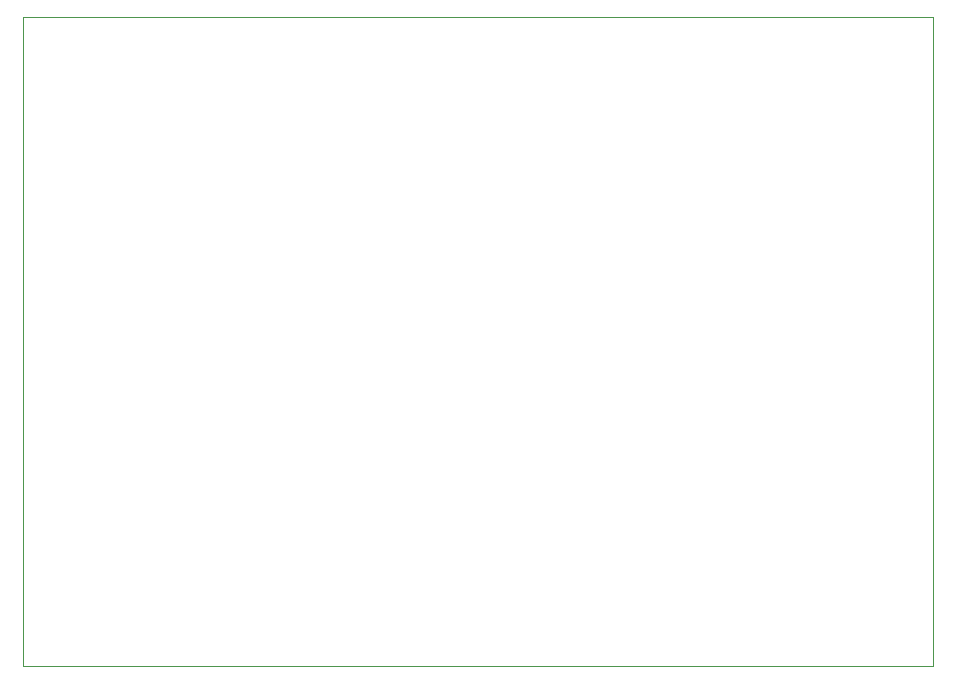
<source format=gbr>
%TF.GenerationSoftware,KiCad,Pcbnew,5.1.8-db9833491~88~ubuntu16.04.1*%
%TF.CreationDate,2021-01-19T23:32:47+01:00*%
%TF.ProjectId,dual-mixer,6475616c-2d6d-4697-9865-722e6b696361,rev?*%
%TF.SameCoordinates,Original*%
%TF.FileFunction,Profile,NP*%
%FSLAX46Y46*%
G04 Gerber Fmt 4.6, Leading zero omitted, Abs format (unit mm)*
G04 Created by KiCad (PCBNEW 5.1.8-db9833491~88~ubuntu16.04.1) date 2021-01-19 23:32:47*
%MOMM*%
%LPD*%
G01*
G04 APERTURE LIST*
%TA.AperFunction,Profile*%
%ADD10C,0.050000*%
%TD*%
G04 APERTURE END LIST*
D10*
X160000000Y-110000000D02*
X83000000Y-110000000D01*
X160000000Y-55000000D02*
X160000000Y-110000000D01*
X83000000Y-55000000D02*
X160000000Y-55000000D01*
X83000000Y-55000000D02*
X83000000Y-110000000D01*
M02*

</source>
